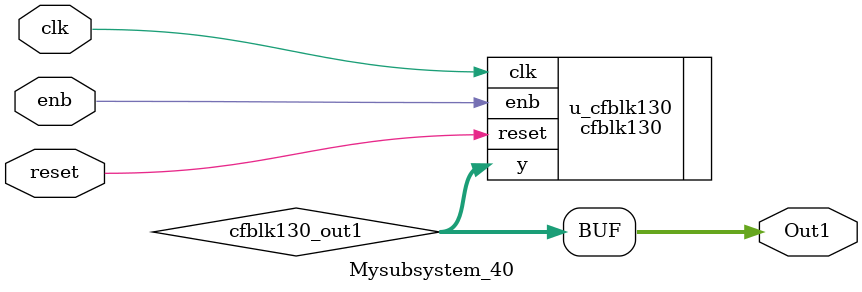
<source format=v>



`timescale 1 ns / 1 ns

module Mysubsystem_40
          (clk,
           reset,
           enb,
           Out1);


  input   clk;
  input   reset;
  input   enb;
  output  [15:0] Out1;  // uint16


  wire [15:0] cfblk130_out1;  // uint16


  cfblk130 u_cfblk130 (.clk(clk),
                       .reset(reset),
                       .enb(enb),
                       .y(cfblk130_out1)  // uint16
                       );

  assign Out1 = cfblk130_out1;

endmodule  // Mysubsystem_40


</source>
